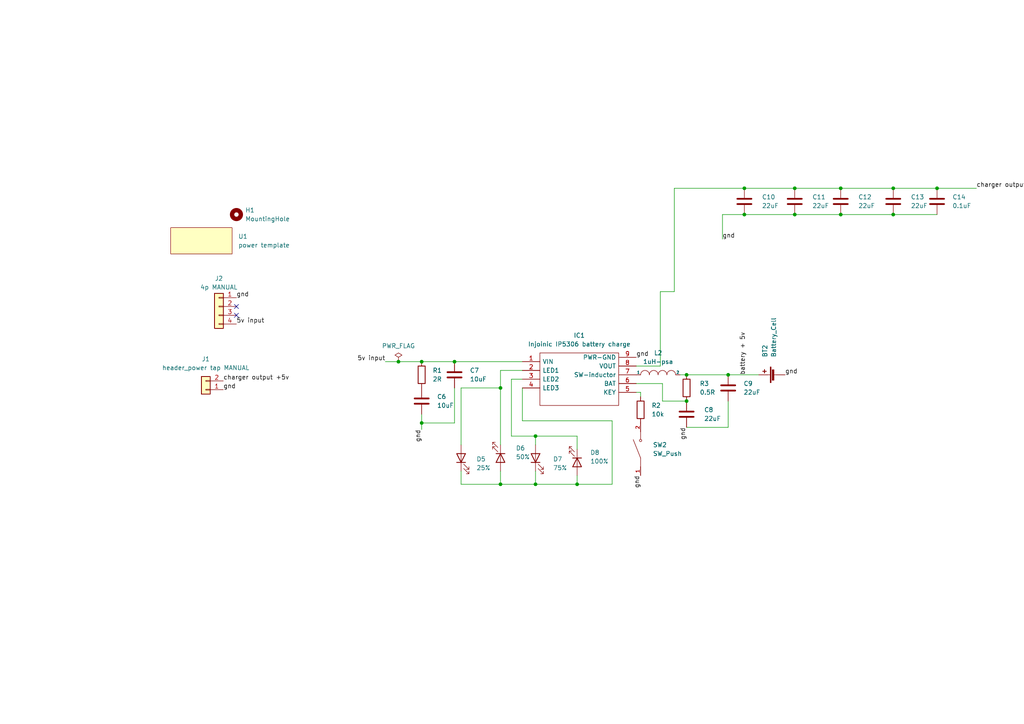
<source format=kicad_sch>
(kicad_sch (version 20211123) (generator eeschema)
  (paper "A4")
  (lib_symbols
    (symbol "Connector_Generic:Conn_01x02" (pin_names (offset 1.016) hide)
      (property "Reference" "J" (at 0 2.54 0))
      (property "Value" "Conn_01x02" (at 0 -5.08 0))
      (symbol "Conn_01x02_1_1"
        (rectangle (start -1.27 -2.413) (end 0 -2.667) (stroke (width 0.1524)))
        (rectangle (start -1.27 0.127) (end 0 -0.127) (stroke (width 0.1524)))
        (rectangle (start -1.27 1.27) (end 1.27 -3.81) (stroke (width 0.254)) (fill (type background)))
        (pin passive line (at -5.08 0 0) (length 3.81) (name "Pin_1") (number "1"))
        (pin passive line (at -5.08 -2.54 0) (length 3.81) (name "Pin_2") (number "2"))
      )
    )
    (symbol "Connector_Generic:Conn_01x04" (pin_names (offset 1.016) hide)
      (property "Reference" "J" (at 0 5.08 0))
      (property "Value" "Conn_01x04" (at 0 -7.62 0))
      (symbol "Conn_01x04_1_1"
        (rectangle (start -1.27 -4.953) (end 0 -5.207) (stroke (width 0.1524)))
        (rectangle (start -1.27 -2.413) (end 0 -2.667) (stroke (width 0.1524)))
        (rectangle (start -1.27 0.127) (end 0 -0.127) (stroke (width 0.1524)))
        (rectangle (start -1.27 2.667) (end 0 2.413) (stroke (width 0.1524)))
        (rectangle (start -1.27 3.81) (end 1.27 -6.35) (stroke (width 0.254)) (fill (type background)))
        (pin passive line (at -5.08 2.54 0) (length 3.81) (name "Pin_1") (number "1"))
        (pin passive line (at -5.08 0 0) (length 3.81) (name "Pin_2") (number "2"))
        (pin passive line (at -5.08 -2.54 0) (length 3.81) (name "Pin_3") (number "3"))
        (pin passive line (at -5.08 -5.08 0) (length 3.81) (name "Pin_4") (number "4"))
      )
    )
    (symbol "Device:Battery_Cell" (pin_numbers hide) (pin_names (offset 0) hide)
      (property "Reference" "BT" (at 2.54 2.54 0))
      (property "Value" "Battery_Cell" (at 2.54 0 0))
      (symbol "Battery_Cell_0_1"
        (rectangle (start -2.286 1.778) (end 2.286 1.524) (fill (type outline)))
        (rectangle (start -1.5748 1.1938) (end 1.4732 0.6858) (fill (type outline)))
        (polyline (pts (xy 0 0.762) (xy 0 0)))
        (polyline (pts (xy 0 1.778) (xy 0 2.54)))
        (polyline (pts (xy 0.508 3.429) (xy 1.524 3.429)) (stroke (width 0.254)))
        (polyline (pts (xy 1.016 3.937) (xy 1.016 2.921)) (stroke (width 0.254)))
      )
      (symbol "Battery_Cell_1_1"
        (pin passive line (at 0 5.08 270) (length 2.54) (name "+") (number "1"))
        (pin passive line (at 0 -2.54 90) (length 2.54) (name "-") (number "2"))
      )
    )
    (symbol "Device:C" (pin_numbers hide) (pin_names (offset 0.254))
      (property "Reference" "C" (at 0.635 2.54 0))
      (property "Value" "C" (at 0.635 -2.54 0))
      (symbol "C_0_1"
        (polyline (pts (xy -2.032 -0.762) (xy 2.032 -0.762)) (stroke (width 0.508)))
        (polyline (pts (xy -2.032 0.762) (xy 2.032 0.762)) (stroke (width 0.508)))
      )
      (symbol "C_1_1"
        (pin passive line (at 0 3.81 270) (length 2.794) (name "~") (number "1"))
        (pin passive line (at 0 -3.81 90) (length 2.794) (name "~") (number "2"))
      )
    )
    (symbol "Device:LED" (pin_numbers hide) (pin_names (offset 1.016) hide)
      (property "Reference" "D" (at 0 2.54 0))
      (property "Value" "LED" (at 0 -2.54 0))
      (symbol "LED_0_1"
        (polyline (pts (xy -1.27 -1.27) (xy -1.27 1.27)) (stroke (width 0.254)))
        (polyline (pts (xy -1.27 0) (xy 1.27 0)))
        (polyline (pts (xy 1.27 -1.27) (xy 1.27 1.27) (xy -1.27 0) (xy 1.27 -1.27)) (stroke (width 0.254)))
        (polyline (pts (xy -3.048 -0.762) (xy -4.572 -2.286) (xy -3.81 -2.286) (xy -4.572 -2.286) (xy -4.572 -1.524)))
        (polyline (pts (xy -1.778 -0.762) (xy -3.302 -2.286) (xy -2.54 -2.286) (xy -3.302 -2.286) (xy -3.302 -1.524)))
      )
      (symbol "LED_1_1"
        (pin passive line (at -3.81 0 0) (length 2.54) (name "K") (number "1"))
        (pin passive line (at 3.81 0 180) (length 2.54) (name "A") (number "2"))
      )
    )
    (symbol "Device:R" (pin_numbers hide) (pin_names (offset 0))
      (property "Reference" "R" (at 2.032 0 90))
      (property "Value" "R" (at 0 0 90))
      (symbol "R_0_1"
        (rectangle (start -1.016 -2.54) (end 1.016 2.54) (stroke (width 0.254)))
      )
      (symbol "R_1_1"
        (pin passive line (at 0 3.81 270) (length 1.27) (name "~") (number "1"))
        (pin passive line (at 0 -3.81 90) (length 1.27) (name "~") (number "2"))
      )
    )
    (symbol "Mechanical:MountingHole" (pin_names (offset 1.016))
      (property "Reference" "H" (at 0 5.08 0))
      (property "Value" "MountingHole" (at 0 3.175 0))
      (symbol "MountingHole_0_1"
        (circle (center 0 0) (radius 1.27) (stroke (width 1.27)))
      )
    )
    (symbol "clarinoid2:Injoinic IP5306 battery charge" (pin_names (offset 0.762))
      (property "Reference" "IC" (at -11.43 10.16 0))
      (property "Value" "Injoinic IP5306 battery charge" (at -11.43 7.62 0))
      (symbol "Injoinic IP5306 battery charge_0_0"
        (pin power_in line (at -16.51 3.81 0) (length 5.08) (name "VIN") (number "1"))
        (pin output line (at -16.51 1.27 0) (length 5.08) (name "LED1") (number "2"))
        (pin output line (at -16.51 -1.27 0) (length 5.08) (name "LED2") (number "3"))
        (pin passive line (at -16.51 -3.81 0) (length 5.08) (name "LED3") (number "4"))
        (pin passive line (at 16.51 -5.08 180) (length 5.08) (name "KEY") (number "5"))
        (pin passive line (at 16.51 -2.54 180) (length 5.08) (name "BAT") (number "6"))
        (pin passive line (at 16.51 0 180) (length 5.08) (name "SW-inductor") (number "7"))
        (pin power_out line (at 16.51 2.54 180) (length 5.08) (name "VOUT") (number "8"))
        (pin power_out line (at 16.51 5.08 180) (length 5.08) (name "PWR-GND") (number "9"))
      )
      (symbol "Injoinic IP5306 battery charge_0_1"
        (polyline (pts (xy -11.43 6.35) (xy 11.43 6.35) (xy 11.43 -8.89) (xy -11.43 -8.89) (xy -11.43 6.35)) (stroke (width 0.1524)))
      )
    )
    (symbol "clarinoid2:Placeholder" (in_bom no)
      (property "Reference" "U" (at 0 0 0))
      (property "Value" "Placeholder" (at 0 -1.27 0))
      (symbol "Placeholder_0_1"
        (rectangle (start -8.89 2.54) (end 8.89 -5.08) (fill (type background)))
      )
    )
    (symbol "clarinoid2:XKB tactile switch jlcpcb TS-1187A-B-A-B" (pin_names (offset 1.016) hide)
      (property "Reference" "S" (at -2.54 2.54 0))
      (property "Value" "XKB tactile switch jlcpcb TS-1187A-B-A-B" (at -2.54 -2.54 0))
      (symbol "XKB tactile switch jlcpcb TS-1187A-B-A-B_0_0"
        (polyline (pts (xy -2.54 0) (xy -5.08 0)) (stroke (width 0.1524)))
        (polyline (pts (xy -2.54 0) (xy 2.794 2.1336)) (stroke (width 0.1524)))
        (polyline (pts (xy 5.08 0) (xy 2.921 0)) (stroke (width 0.1524)))
        (circle (center 2.54 0) (radius 0.3302) (stroke (width 0.1524)))
        (pin passive line (at -7.62 0 0) (length 2.54) (name "~") (number "1"))
        (pin passive line (at 7.62 0 180) (length 2.54) (name "~") (number "2"))
      )
    )
    (symbol "power:PWR_FLAG" (power) (pin_numbers hide) (pin_names (offset 0) hide)
      (property "Value" "PWR_FLAG" (at 0 3.81 0))
      (symbol "PWR_FLAG_0_0"
        (pin power_out line (at 0 0 90) (length 0) (name "pwr") (number "1"))
      )
      (symbol "PWR_FLAG_0_1"
        (polyline (pts (xy 0 0) (xy 0 1.27) (xy -1.016 1.905) (xy 0 2.54) (xy 1.016 1.905) (xy 0 1.27)))
      )
    )
    (symbol "pspice:INDUCTOR" (pin_numbers hide) (pin_names (offset 0))
      (property "Reference" "L" (at 0 2.54 0))
      (property "Value" "INDUCTOR" (at 0 -1.27 0))
      (symbol "INDUCTOR_0_1"
        (arc (start -2.54 0) (mid -3.81 1.27) (end -5.08 0))
        (arc (start 0 0) (mid -1.27 1.27) (end -2.54 0))
        (arc (start 2.54 0) (mid 1.27 1.27) (end 0 0))
        (arc (start 5.08 0) (mid 3.81 1.27) (end 2.54 0))
      )
      (symbol "INDUCTOR_1_1"
        (pin input line (at -6.35 0 0) (length 1.27) (name "1") (number "1"))
        (pin input line (at 6.35 0 180) (length 1.27) (name "2") (number "2"))
      )
    )
  )
  (junction (at 230.505 62.23))
  (junction (at 155.321 140.462))
  (junction (at 259.08 62.23))
  (junction (at 145.161 112.522))
  (junction (at 115.57 104.902))
  (junction (at 145.161 140.462))
  (junction (at 155.321 126.492))
  (junction (at 199.136 108.712))
  (junction (at 243.84 62.23))
  (junction (at 122.301 104.902))
  (junction (at 122.301 122.682))
  (junction (at 215.9 62.23))
  (junction (at 230.505 54.61))
  (junction (at 199.136 116.332))
  (junction (at 243.84 54.61))
  (junction (at 131.826 104.902))
  (junction (at 271.78 54.61))
  (junction (at 211.201 108.712))
  (junction (at 259.08 54.61))
  (junction (at 215.9 54.61))
  (junction (at 167.386 140.462))
  (no_connect (at 68.58 88.9))
  (no_connect (at 68.58 91.44))
  (wire (pts (xy 145.161 140.462) (xy 155.321 140.462)))
  (wire (pts (xy 259.08 54.61) (xy 243.84 54.61)))
  (wire (pts (xy 133.731 112.522) (xy 145.161 112.522)))
  (wire (pts (xy 243.84 62.23) (xy 230.505 62.23)))
  (wire (pts (xy 211.201 108.712) (xy 220.091 108.712)))
  (wire (pts (xy 195.58 54.61) (xy 195.58 84.582)))
  (wire (pts (xy 145.161 129.032) (xy 145.161 112.522)))
  (wire (pts (xy 115.57 104.902) (xy 122.301 104.902)))
  (wire (pts (xy 195.58 84.582) (xy 191.516 84.582)))
  (wire (pts (xy 167.386 130.302) (xy 167.386 126.492)))
  (wire (pts (xy 122.301 122.682) (xy 122.301 124.587)))
  (wire (pts (xy 192.151 111.252) (xy 192.151 116.332)))
  (wire (pts (xy 145.161 136.652) (xy 145.161 140.462)))
  (wire (pts (xy 122.301 104.902) (xy 131.826 104.902)))
  (wire (pts (xy 230.505 62.23) (xy 215.9 62.23)))
  (wire (pts (xy 155.321 126.492) (xy 155.321 129.032)))
  (wire (pts (xy 131.826 104.902) (xy 151.511 104.902)))
  (wire (pts (xy 122.301 120.142) (xy 122.301 122.682)))
  (wire (pts (xy 145.161 112.522) (xy 145.161 107.442)))
  (wire (pts (xy 111.76 104.902) (xy 115.57 104.902)))
  (wire (pts (xy 230.505 54.61) (xy 215.9 54.61)))
  (wire (pts (xy 167.386 137.922) (xy 167.386 140.462)))
  (wire (pts (xy 191.516 106.172) (xy 184.531 106.172)))
  (wire (pts (xy 155.321 126.492) (xy 167.386 126.492)))
  (wire (pts (xy 151.511 122.047) (xy 151.511 112.522)))
  (wire (pts (xy 148.336 126.492) (xy 155.321 126.492)))
  (wire (pts (xy 209.55 62.23) (xy 209.55 69.342)))
  (wire (pts (xy 177.546 140.462) (xy 177.546 122.047)))
  (wire (pts (xy 259.08 62.23) (xy 243.84 62.23)))
  (wire (pts (xy 155.321 136.652) (xy 155.321 140.462)))
  (wire (pts (xy 192.151 116.332) (xy 199.136 116.332)))
  (wire (pts (xy 195.58 54.61) (xy 215.9 54.61)))
  (wire (pts (xy 215.9 62.23) (xy 209.55 62.23)))
  (wire (pts (xy 167.386 140.462) (xy 177.546 140.462)))
  (wire (pts (xy 177.546 122.047) (xy 151.511 122.047)))
  (wire (pts (xy 199.136 108.712) (xy 211.201 108.712)))
  (wire (pts (xy 283.21 54.61) (xy 271.78 54.61)))
  (wire (pts (xy 145.161 107.442) (xy 151.511 107.442)))
  (wire (pts (xy 133.731 129.032) (xy 133.731 112.522)))
  (wire (pts (xy 131.826 122.682) (xy 122.301 122.682)))
  (wire (pts (xy 185.801 113.792) (xy 185.801 115.062)))
  (wire (pts (xy 271.78 62.23) (xy 259.08 62.23)))
  (wire (pts (xy 199.136 123.952) (xy 211.201 123.952)))
  (wire (pts (xy 191.516 84.582) (xy 191.516 106.172)))
  (wire (pts (xy 131.826 112.522) (xy 131.826 122.682)))
  (wire (pts (xy 197.231 108.712) (xy 199.136 108.712)))
  (wire (pts (xy 184.531 113.792) (xy 185.801 113.792)))
  (wire (pts (xy 271.78 54.61) (xy 259.08 54.61)))
  (wire (pts (xy 243.84 54.61) (xy 230.505 54.61)))
  (wire (pts (xy 133.731 136.652) (xy 133.731 140.462)))
  (wire (pts (xy 151.511 109.982) (xy 148.336 109.982)))
  (wire (pts (xy 184.531 111.252) (xy 192.151 111.252)))
  (wire (pts (xy 133.731 140.462) (xy 145.161 140.462)))
  (wire (pts (xy 155.321 140.462) (xy 167.386 140.462)))
  (wire (pts (xy 211.201 123.952) (xy 211.201 116.332)))
  (wire (pts (xy 148.336 109.982) (xy 148.336 126.492)))
  (label "5v input" (at 68.58 93.98 0))
  (label "battery + 5v" (at 216.4484 108.712 90))
  (label "gnd" (at 64.77 113.03 0))
  (label "gnd" (at 122.301 124.587 270))
  (label "charger output +5v" (at 64.77 110.49 0))
  (label "gnd" (at 227.711 108.712 0))
  (label "5v input" (at 111.76 104.902 180))
  (label "gnd" (at 209.55 69.342 0))
  (label "gnd" (at 68.58 86.36 0))
  (label "gnd" (at 185.801 137.922 270))
  (label "gnd" (at 184.531 103.632 0))
  (label "charger output +5v" (at 283.21 54.61 0))
  (label "gnd" (at 199.136 123.952 270))
  (symbol (lib_id "clarinoid2:XKB tactile switch jlcpcb TS-1187A-B-A-B") (at 185.801 130.302 90) (unit 1)
    (property "Reference" "SW2" (at 189.357 129.0319 90) (effects (justify right)))
    (property "Value" "SW_Push" (at 189.357 131.5719 90) (effects (justify right)))
    (property "Footprint" "clarinoid2:XKB switch jlcpcb SW_TS-1187A-B-A-B" (effects hide))
    (property "LCSC part number" "C318884" (effects hide))
    (property "STANDARD" "Manufacturer Recommendations" (effects hide))
    (property "MANUFACTURER" "XKB Industrial Precision" (effects hide))
    (property "MAXIMUM_PACKAGE_HEIGHT" "1.5mm" (effects hide))
    (property "PARTREV" "A0" (effects hide))
    (property "verif" "1" (effects hide))
    (property "LCSC" "C318884" (effects hide))
  )
  (symbol (lib_id "Device:C") (at 243.84 58.42 0) (unit 1)
    (property "Reference" "C12" (at 248.92 57.1499 0) (effects (justify left)))
    (property "Value" "22uF" (at 248.92 59.6899 0) (effects (justify left)))
    (property "Footprint" "Capacitor_SMD:C_0805_2012Metric" (effects hide))
    (property "LCSC part number" "C602037" (effects hide))
    (property "verif" "1" (effects hide))
    (property "LCSC" "C602037" (effects hide))
  )
  (symbol (lib_id "Connector_Generic:Conn_01x02") (at 59.69 113.03 180) (unit 1) (in_bom no)
    (property "Reference" "J1" (at 59.69 104.14 0))
    (property "Value" "header_power tap MANUAL" (at 59.69 106.68 0))
    (property "Footprint" "Connector_PinHeader_2.54mm:PinHeader_1x02_P2.54mm_Vertical" (effects hide))
    (property "verif" "1" (effects hide))
  )
  (symbol (lib_id "Device:R") (at 185.801 118.872 0) (unit 1)
    (property "Reference" "R2" (at 188.976 117.6019 0) (effects (justify left)))
    (property "Value" "10k" (at 188.976 120.1419 0) (effects (justify left)))
    (property "Footprint" "Resistor_SMD:R_1206_3216Metric" (effects hide))
    (property "LCSC part number" "C17902" (effects hide))
    (property "verif" "1" (effects hide))
    (property "LCSC" "C17902" (effects hide))
  )
  (symbol (lib_id "Device:LED") (at 155.321 132.842 90) (unit 1)
    (property "Reference" "D7" (at 160.401 133.1594 90) (effects (justify right)))
    (property "Value" "75%" (at 160.401 135.6994 90) (effects (justify right)))
    (property "Footprint" "LED_SMD:LED_0805_2012Metric" (effects hide))
    (property "LCSC part number" "C264424" (effects hide))
    (property "verif" "1" (effects hide))
    (property "LCSC" "C264424" (effects hide))
  )
  (symbol (lib_id "clarinoid2:Placeholder") (at 58.42 68.58 0) (unit 1) (in_bom no)
    (property "Reference" "U1" (at 69.088 68.5799 0) (effects (justify left)))
    (property "Value" "power template" (at 69.088 71.1199 0) (effects (justify left)))
    (property "Footprint" "clarinoid2:dev board power board template" (effects hide))
    (property "verif" "1" (effects hide))
  )
  (symbol (lib_id "Device:C") (at 271.78 58.42 0) (unit 1)
    (property "Reference" "C14" (at 276.225 57.1499 0) (effects (justify left)))
    (property "Value" "0.1uF" (at 276.225 59.6899 0) (effects (justify left)))
    (property "Footprint" "Capacitor_SMD:C_0805_2012Metric" (effects hide))
    (property "LCSC part number" "C49678" (effects hide))
    (property "verif" "1" (effects hide))
    (property "LCSC" "C49678" (effects hide))
  )
  (symbol (lib_id "Device:C") (at 211.201 112.522 0) (unit 1)
    (property "Reference" "C9" (at 215.646 111.2519 0) (effects (justify left)))
    (property "Value" "22uF" (at 215.646 113.7919 0) (effects (justify left)))
    (property "Footprint" "Capacitor_SMD:C_0805_2012Metric" (effects hide))
    (property "LCSC part number" "C602037" (effects hide))
    (property "verif" "1" (effects hide))
    (property "LCSC" "C602037" (effects hide))
  )
  (symbol (lib_id "Device:C") (at 199.136 120.142 0) (unit 1)
    (property "Reference" "C8" (at 204.216 118.8719 0) (effects (justify left)))
    (property "Value" "22uF" (at 204.216 121.4119 0) (effects (justify left)))
    (property "Footprint" "Capacitor_SMD:C_0805_2012Metric" (effects hide))
    (property "LCSC part number" "C602037" (effects hide))
    (property "verif" "1" (effects hide))
    (property "LCSC" "C602037" (effects hide))
  )
  (symbol (lib_id "Device:C") (at 122.301 116.332 0) (unit 1)
    (property "Reference" "C6" (at 126.746 115.0619 0) (effects (justify left)))
    (property "Value" "10uF" (at 126.746 117.6019 0) (effects (justify left)))
    (property "Footprint" "Capacitor_SMD:C_0805_2012Metric" (effects hide))
    (property "LCSC part number" "C15850" (effects hide))
    (property "verif" "1" (effects hide))
    (property "LCSC" "C15850" (effects hide))
  )
  (symbol (lib_id "clarinoid2:Injoinic IP5306 battery charge") (at 168.021 108.712 0) (unit 1)
    (property "Reference" "IC1" (at 168.021 97.282 0))
    (property "Value" "Injoinic IP5306 battery charge" (at 168.021 99.822 0))
    (property "Footprint" "clarinoid2:SOIC127P599X155-9N (IP5306)" (effects hide))
    (property "Datasheet" "http://www.injoinic.com/wwwroot/uploads/files/20200221/0405f23c247a34d3990ae100c8b20a27.pdf" (effects hide))
    (property "LCSC part number" "C181692" (effects hide))
    (property "verif" "1" (effects hide))
    (property "LCSC" "C181692" (effects hide))
  )
  (symbol (lib_id "Device:C") (at 131.826 108.712 0) (unit 1)
    (property "Reference" "C7" (at 136.271 107.4419 0) (effects (justify left)))
    (property "Value" "10uF" (at 136.271 109.9819 0) (effects (justify left)))
    (property "Footprint" "Capacitor_SMD:C_0805_2012Metric" (effects hide))
    (property "LCSC part number" "C15850" (effects hide))
    (property "verif" "1" (effects hide))
    (property "LCSC" "C15850" (effects hide))
  )
  (symbol (lib_id "Device:C") (at 230.505 58.42 0) (unit 1)
    (property "Reference" "C11" (at 235.585 57.1499 0) (effects (justify left)))
    (property "Value" "22uF" (at 235.585 59.6899 0) (effects (justify left)))
    (property "Footprint" "Capacitor_SMD:C_0805_2012Metric" (effects hide))
    (property "LCSC part number" "C602037" (effects hide))
    (property "verif" "1" (effects hide))
    (property "LCSC" "C602037" (effects hide))
  )
  (symbol (lib_id "Device:LED") (at 167.386 134.112 270) (unit 1)
    (property "Reference" "D8" (at 171.196 131.2544 90) (effects (justify left)))
    (property "Value" "100%" (at 171.196 133.7944 90) (effects (justify left)))
    (property "Footprint" "LED_SMD:LED_0805_2012Metric" (effects hide))
    (property "LCSC part number" "C264424" (effects hide))
    (property "verif" "1" (effects hide))
    (property "LCSC" "C264424" (effects hide))
  )
  (symbol (lib_id "Mechanical:MountingHole") (at 68.58 62.23 0) (unit 1)
    (property "Reference" "H1" (at 71.12 60.9599 0) (effects (justify left)))
    (property "Value" "MountingHole" (at 71.12 63.4999 0) (effects (justify left)))
    (property "Footprint" "MountingHole:MountingHole_3.2mm_M3" (effects hide))
    (property "MANUFACTURER" "Wurth" (effects hide))
    (property "verif" "1" (effects hide))
  )
  (symbol (lib_id "Connector_Generic:Conn_01x04") (at 63.5 88.9 0) (mirror y) (unit 1) (in_bom no)
    (property "Reference" "J2" (at 63.5 80.772 0))
    (property "Value" "4p MANUAL" (at 63.5 83.312 0))
    (property "Footprint" "Connector_PinHeader_2.54mm:PinHeader_1x04_P2.54mm_Vertical" (effects hide))
    (property "verif" "1" (effects hide))
  )
  (symbol (lib_id "Device:R") (at 122.301 108.712 0) (unit 1)
    (property "Reference" "R1" (at 125.476 107.4419 0) (effects (justify left)))
    (property "Value" "2R" (at 125.476 109.9819 0) (effects (justify left)))
    (property "Footprint" "Resistor_SMD:R_1206_3216Metric" (effects hide))
    (property "LCSC part number" "C17942" (effects hide))
    (property "verif" "1" (effects hide))
    (property "LCSC" "C17942" (effects hide))
  )
  (symbol (lib_id "power:PWR_FLAG") (at 115.57 104.902 0) (unit 1)
    (property "Reference" "#FLG0101" (effects hide))
    (property "Value" "PWR_FLAG" (at 115.57 100.33 0))
  )
  (symbol (lib_id "Device:LED") (at 133.731 132.842 90) (unit 1)
    (property "Reference" "D5" (at 138.176 133.1594 90) (effects (justify right)))
    (property "Value" "25%" (at 138.176 135.6994 90) (effects (justify right)))
    (property "Footprint" "LED_SMD:LED_0805_2012Metric" (effects hide))
    (property "LCSC part number" "C264424" (effects hide))
    (property "verif" "1" (effects hide))
    (property "LCSC" "C264424" (effects hide))
  )
  (symbol (lib_id "Device:R") (at 199.136 112.522 0) (unit 1)
    (property "Reference" "R3" (at 202.946 111.2519 0) (effects (justify left)))
    (property "Value" "0.5R" (at 202.946 113.7919 0) (effects (justify left)))
    (property "Footprint" "Resistor_SMD:R_1206_3216Metric" (effects hide))
    (property "LCSC part number" "C25340" (effects hide))
    (property "verif" "1" (effects hide))
    (property "LCSC" "C25340" (effects hide))
  )
  (symbol (lib_id "Device:Battery_Cell") (at 225.171 108.712 90) (unit 1) (in_bom no)
    (property "Reference" "BT2" (at 221.8689 103.632 0) (effects (justify left)))
    (property "Value" "Battery_Cell" (at 224.4089 103.632 0) (effects (justify left)))
    (property "Footprint" "Battery:BatteryHolder_Keystone_1042_1x18650" (effects hide))
    (property "verif" "1" (effects hide))
  )
  (symbol (lib_id "Device:C") (at 259.08 58.42 0) (unit 1)
    (property "Reference" "C13" (at 264.16 57.1499 0) (effects (justify left)))
    (property "Value" "22uF" (at 264.16 59.6899 0) (effects (justify left)))
    (property "Footprint" "Capacitor_SMD:C_0805_2012Metric" (effects hide))
    (property "LCSC part number" "C602037" (effects hide))
    (property "verif" "1" (effects hide))
    (property "LCSC" "C602037" (effects hide))
  )
  (symbol (lib_id "Device:LED") (at 145.161 132.842 270) (unit 1)
    (property "Reference" "D6" (at 149.606 129.9844 90) (effects (justify left)))
    (property "Value" "50%" (at 149.606 132.5244 90) (effects (justify left)))
    (property "Footprint" "LED_SMD:LED_0805_2012Metric" (effects hide))
    (property "LCSC part number" "C264424" (effects hide))
    (property "verif" "1" (effects hide))
    (property "LCSC" "C264424" (effects hide))
  )
  (symbol (lib_id "Device:C") (at 215.9 58.42 0) (unit 1)
    (property "Reference" "C10" (at 220.98 57.1499 0) (effects (justify left)))
    (property "Value" "22uF" (at 220.98 59.6899 0) (effects (justify left)))
    (property "Footprint" "Capacitor_SMD:C_0805_2012Metric" (effects hide))
    (property "LCSC part number" "C602037" (effects hide))
    (property "verif" "1" (effects hide))
    (property "LCSC" "C602037" (effects hide))
  )
  (symbol (lib_id "pspice:INDUCTOR") (at 190.881 108.712 0) (unit 1)
    (property "Reference" "L2" (at 190.881 102.362 0))
    (property "Value" "1uH-psa" (at 190.881 104.902 0))
    (property "Footprint" "clarinoid2:Inductor_MCS0630-1R0MN2" (effects hide))
    (property "LCSC part number" "C385251" (effects hide))
    (property "verif" "1" (effects hide))
    (property "LCSC" "C385251" (effects hide))
  )
)
</source>
